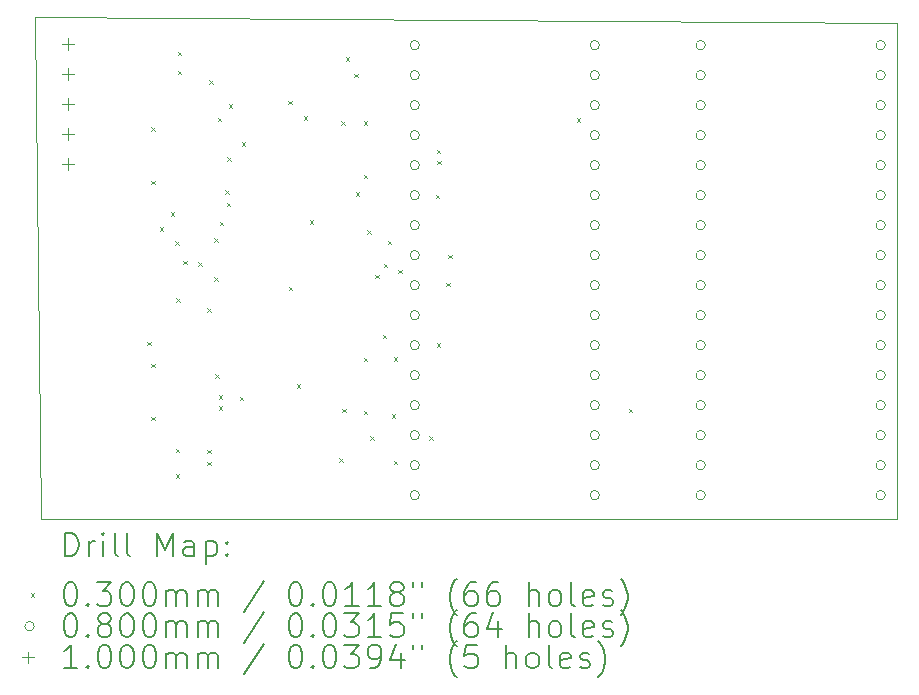
<source format=gbr>
%TF.GenerationSoftware,KiCad,Pcbnew,7.0.10*%
%TF.CreationDate,2024-02-09T18:27:40-05:00*%
%TF.ProjectId,Rosco-MiniHat,526f7363-6f2d-44d6-996e-694861742e6b,rev?*%
%TF.SameCoordinates,Original*%
%TF.FileFunction,Drillmap*%
%TF.FilePolarity,Positive*%
%FSLAX45Y45*%
G04 Gerber Fmt 4.5, Leading zero omitted, Abs format (unit mm)*
G04 Created by KiCad (PCBNEW 7.0.10) date 2024-02-09 18:27:40*
%MOMM*%
%LPD*%
G01*
G04 APERTURE LIST*
%ADD10C,0.100000*%
%ADD11C,0.200000*%
G04 APERTURE END LIST*
D10*
X12850000Y-5050000D02*
X12850000Y-9250000D01*
X12850000Y-9250000D02*
X5600000Y-9250000D01*
X5600000Y-9250000D02*
X5550000Y-5000000D01*
X5550000Y-5000000D02*
X12850000Y-5050000D01*
D11*
D10*
X6500240Y-7751320D02*
X6530240Y-7781320D01*
X6530240Y-7751320D02*
X6500240Y-7781320D01*
X6535000Y-5935000D02*
X6565000Y-5965000D01*
X6565000Y-5935000D02*
X6535000Y-5965000D01*
X6535000Y-6385000D02*
X6565000Y-6415000D01*
X6565000Y-6385000D02*
X6535000Y-6415000D01*
X6535000Y-7935000D02*
X6565000Y-7965000D01*
X6565000Y-7935000D02*
X6535000Y-7965000D01*
X6535000Y-8385000D02*
X6565000Y-8415000D01*
X6565000Y-8385000D02*
X6535000Y-8415000D01*
X6606630Y-6780250D02*
X6636630Y-6810250D01*
X6636630Y-6780250D02*
X6606630Y-6810250D01*
X6698550Y-6655000D02*
X6728550Y-6685000D01*
X6728550Y-6655000D02*
X6698550Y-6685000D01*
X6739430Y-6898520D02*
X6769430Y-6928520D01*
X6769430Y-6898520D02*
X6739430Y-6928520D01*
X6743670Y-8655000D02*
X6773670Y-8685000D01*
X6773670Y-8655000D02*
X6743670Y-8685000D01*
X6743950Y-8870480D02*
X6773950Y-8900480D01*
X6773950Y-8870480D02*
X6743950Y-8900480D01*
X6744480Y-7381260D02*
X6774480Y-7411260D01*
X6774480Y-7381260D02*
X6744480Y-7411260D01*
X6760120Y-5455000D02*
X6790120Y-5485000D01*
X6790120Y-5455000D02*
X6760120Y-5485000D01*
X6761020Y-5295000D02*
X6791020Y-5325000D01*
X6791020Y-5295000D02*
X6761020Y-5325000D01*
X6805680Y-7062160D02*
X6835680Y-7092160D01*
X6835680Y-7062160D02*
X6805680Y-7092160D01*
X6932040Y-7078580D02*
X6962040Y-7108580D01*
X6962040Y-7078580D02*
X6932040Y-7108580D01*
X7008030Y-8766380D02*
X7038030Y-8796380D01*
X7038030Y-8766380D02*
X7008030Y-8796380D01*
X7009000Y-7467480D02*
X7039000Y-7497480D01*
X7039000Y-7467480D02*
X7009000Y-7497480D01*
X7009360Y-8664760D02*
X7039360Y-8694760D01*
X7039360Y-8664760D02*
X7009360Y-8694760D01*
X7027250Y-5535000D02*
X7057250Y-5565000D01*
X7057250Y-5535000D02*
X7027250Y-5565000D01*
X7070140Y-7203290D02*
X7100140Y-7233290D01*
X7100140Y-7203290D02*
X7070140Y-7233290D01*
X7070150Y-6872760D02*
X7100150Y-6902760D01*
X7100150Y-6872760D02*
X7070150Y-6902760D01*
X7077620Y-8026670D02*
X7107620Y-8056670D01*
X7107620Y-8026670D02*
X7077620Y-8056670D01*
X7098410Y-5851940D02*
X7128410Y-5881940D01*
X7128410Y-5851940D02*
X7098410Y-5881940D01*
X7105380Y-8201870D02*
X7135380Y-8231870D01*
X7135380Y-8201870D02*
X7105380Y-8231870D01*
X7105540Y-8297640D02*
X7135540Y-8327640D01*
X7135540Y-8297640D02*
X7105540Y-8327640D01*
X7115340Y-6735000D02*
X7145340Y-6765000D01*
X7145340Y-6735000D02*
X7115340Y-6765000D01*
X7160530Y-6467160D02*
X7190530Y-6497160D01*
X7190530Y-6467160D02*
X7160530Y-6497160D01*
X7173850Y-6572620D02*
X7203850Y-6602620D01*
X7203850Y-6572620D02*
X7173850Y-6602620D01*
X7176690Y-6188420D02*
X7206690Y-6218420D01*
X7206690Y-6188420D02*
X7176690Y-6218420D01*
X7191930Y-5737550D02*
X7221930Y-5767550D01*
X7221930Y-5737550D02*
X7191930Y-5767550D01*
X7282690Y-8215360D02*
X7312690Y-8245360D01*
X7312690Y-8215360D02*
X7282690Y-8245360D01*
X7301270Y-6063010D02*
X7331270Y-6093010D01*
X7331270Y-6063010D02*
X7301270Y-6093010D01*
X7696710Y-5711070D02*
X7726710Y-5741070D01*
X7726710Y-5711070D02*
X7696710Y-5741070D01*
X7699810Y-7284400D02*
X7729810Y-7314400D01*
X7729810Y-7284400D02*
X7699810Y-7314400D01*
X7766970Y-8109790D02*
X7796970Y-8139790D01*
X7796970Y-8109790D02*
X7766970Y-8139790D01*
X7826350Y-5839710D02*
X7856350Y-5869710D01*
X7856350Y-5839710D02*
X7826350Y-5869710D01*
X7875400Y-6722550D02*
X7905400Y-6752550D01*
X7905400Y-6722550D02*
X7875400Y-6752550D01*
X8126070Y-8738480D02*
X8156070Y-8768480D01*
X8156070Y-8738480D02*
X8126070Y-8768480D01*
X8143740Y-5880850D02*
X8173740Y-5910850D01*
X8173740Y-5880850D02*
X8143740Y-5910850D01*
X8150810Y-8317350D02*
X8180810Y-8347350D01*
X8180810Y-8317350D02*
X8150810Y-8347350D01*
X8180200Y-5340350D02*
X8210200Y-5370350D01*
X8210200Y-5340350D02*
X8180200Y-5370350D01*
X8253110Y-5482230D02*
X8283110Y-5512230D01*
X8283110Y-5482230D02*
X8253110Y-5512230D01*
X8267010Y-6484620D02*
X8297010Y-6514620D01*
X8297010Y-6484620D02*
X8267010Y-6514620D01*
X8335000Y-5885000D02*
X8365000Y-5915000D01*
X8365000Y-5885000D02*
X8335000Y-5915000D01*
X8335000Y-6335000D02*
X8365000Y-6365000D01*
X8365000Y-6335000D02*
X8335000Y-6365000D01*
X8335000Y-7885000D02*
X8365000Y-7915000D01*
X8365000Y-7885000D02*
X8335000Y-7915000D01*
X8335000Y-8335000D02*
X8365000Y-8365000D01*
X8365000Y-8335000D02*
X8335000Y-8365000D01*
X8365330Y-6805910D02*
X8395330Y-6835910D01*
X8395330Y-6805910D02*
X8365330Y-6835910D01*
X8387960Y-8552100D02*
X8417960Y-8582100D01*
X8417960Y-8552100D02*
X8387960Y-8582100D01*
X8431980Y-7181650D02*
X8461980Y-7211650D01*
X8461980Y-7181650D02*
X8431980Y-7211650D01*
X8496060Y-7691000D02*
X8526060Y-7721000D01*
X8526060Y-7691000D02*
X8496060Y-7721000D01*
X8502970Y-7090960D02*
X8532970Y-7120960D01*
X8532970Y-7090960D02*
X8502970Y-7120960D01*
X8536740Y-6895000D02*
X8566740Y-6925000D01*
X8566740Y-6895000D02*
X8536740Y-6925000D01*
X8570590Y-8364150D02*
X8600590Y-8394150D01*
X8600590Y-8364150D02*
X8570590Y-8394150D01*
X8587290Y-7881990D02*
X8617290Y-7911990D01*
X8617290Y-7881990D02*
X8587290Y-7911990D01*
X8587300Y-8755900D02*
X8617300Y-8785900D01*
X8617300Y-8755900D02*
X8587300Y-8785900D01*
X8626470Y-7142020D02*
X8656470Y-7172020D01*
X8656470Y-7142020D02*
X8626470Y-7172020D01*
X8889430Y-8550340D02*
X8919430Y-8580340D01*
X8919430Y-8550340D02*
X8889430Y-8580340D01*
X8945600Y-6503470D02*
X8975600Y-6533470D01*
X8975600Y-6503470D02*
X8945600Y-6533470D01*
X8952860Y-6122560D02*
X8982860Y-6152560D01*
X8982860Y-6122560D02*
X8952860Y-6152560D01*
X8952860Y-7761590D02*
X8982860Y-7791590D01*
X8982860Y-7761590D02*
X8952860Y-7791590D01*
X8958390Y-6218540D02*
X8988390Y-6248540D01*
X8988390Y-6218540D02*
X8958390Y-6248540D01*
X9034050Y-7250480D02*
X9064050Y-7280480D01*
X9064050Y-7250480D02*
X9034050Y-7280480D01*
X9049860Y-7012460D02*
X9079860Y-7042460D01*
X9079860Y-7012460D02*
X9049860Y-7042460D01*
X10137840Y-5858700D02*
X10167840Y-5888700D01*
X10167840Y-5858700D02*
X10137840Y-5888700D01*
X10579410Y-8315740D02*
X10609410Y-8345740D01*
X10609410Y-8315740D02*
X10579410Y-8345740D01*
X8806700Y-5238700D02*
G75*
G03*
X8726700Y-5238700I-40000J0D01*
G01*
X8726700Y-5238700D02*
G75*
G03*
X8806700Y-5238700I40000J0D01*
G01*
X8806700Y-5492700D02*
G75*
G03*
X8726700Y-5492700I-40000J0D01*
G01*
X8726700Y-5492700D02*
G75*
G03*
X8806700Y-5492700I40000J0D01*
G01*
X8806700Y-5746700D02*
G75*
G03*
X8726700Y-5746700I-40000J0D01*
G01*
X8726700Y-5746700D02*
G75*
G03*
X8806700Y-5746700I40000J0D01*
G01*
X8806700Y-6000700D02*
G75*
G03*
X8726700Y-6000700I-40000J0D01*
G01*
X8726700Y-6000700D02*
G75*
G03*
X8806700Y-6000700I40000J0D01*
G01*
X8806700Y-6254700D02*
G75*
G03*
X8726700Y-6254700I-40000J0D01*
G01*
X8726700Y-6254700D02*
G75*
G03*
X8806700Y-6254700I40000J0D01*
G01*
X8806700Y-6508700D02*
G75*
G03*
X8726700Y-6508700I-40000J0D01*
G01*
X8726700Y-6508700D02*
G75*
G03*
X8806700Y-6508700I40000J0D01*
G01*
X8806700Y-6762700D02*
G75*
G03*
X8726700Y-6762700I-40000J0D01*
G01*
X8726700Y-6762700D02*
G75*
G03*
X8806700Y-6762700I40000J0D01*
G01*
X8806700Y-7016700D02*
G75*
G03*
X8726700Y-7016700I-40000J0D01*
G01*
X8726700Y-7016700D02*
G75*
G03*
X8806700Y-7016700I40000J0D01*
G01*
X8806700Y-7270700D02*
G75*
G03*
X8726700Y-7270700I-40000J0D01*
G01*
X8726700Y-7270700D02*
G75*
G03*
X8806700Y-7270700I40000J0D01*
G01*
X8806700Y-7524700D02*
G75*
G03*
X8726700Y-7524700I-40000J0D01*
G01*
X8726700Y-7524700D02*
G75*
G03*
X8806700Y-7524700I40000J0D01*
G01*
X8806700Y-7778700D02*
G75*
G03*
X8726700Y-7778700I-40000J0D01*
G01*
X8726700Y-7778700D02*
G75*
G03*
X8806700Y-7778700I40000J0D01*
G01*
X8806700Y-8032700D02*
G75*
G03*
X8726700Y-8032700I-40000J0D01*
G01*
X8726700Y-8032700D02*
G75*
G03*
X8806700Y-8032700I40000J0D01*
G01*
X8806700Y-8286700D02*
G75*
G03*
X8726700Y-8286700I-40000J0D01*
G01*
X8726700Y-8286700D02*
G75*
G03*
X8806700Y-8286700I40000J0D01*
G01*
X8806700Y-8540700D02*
G75*
G03*
X8726700Y-8540700I-40000J0D01*
G01*
X8726700Y-8540700D02*
G75*
G03*
X8806700Y-8540700I40000J0D01*
G01*
X8806700Y-8794700D02*
G75*
G03*
X8726700Y-8794700I-40000J0D01*
G01*
X8726700Y-8794700D02*
G75*
G03*
X8806700Y-8794700I40000J0D01*
G01*
X8806700Y-9048700D02*
G75*
G03*
X8726700Y-9048700I-40000J0D01*
G01*
X8726700Y-9048700D02*
G75*
G03*
X8806700Y-9048700I40000J0D01*
G01*
X10330700Y-5238700D02*
G75*
G03*
X10250700Y-5238700I-40000J0D01*
G01*
X10250700Y-5238700D02*
G75*
G03*
X10330700Y-5238700I40000J0D01*
G01*
X10330700Y-5492700D02*
G75*
G03*
X10250700Y-5492700I-40000J0D01*
G01*
X10250700Y-5492700D02*
G75*
G03*
X10330700Y-5492700I40000J0D01*
G01*
X10330700Y-5746700D02*
G75*
G03*
X10250700Y-5746700I-40000J0D01*
G01*
X10250700Y-5746700D02*
G75*
G03*
X10330700Y-5746700I40000J0D01*
G01*
X10330700Y-6000700D02*
G75*
G03*
X10250700Y-6000700I-40000J0D01*
G01*
X10250700Y-6000700D02*
G75*
G03*
X10330700Y-6000700I40000J0D01*
G01*
X10330700Y-6254700D02*
G75*
G03*
X10250700Y-6254700I-40000J0D01*
G01*
X10250700Y-6254700D02*
G75*
G03*
X10330700Y-6254700I40000J0D01*
G01*
X10330700Y-6508700D02*
G75*
G03*
X10250700Y-6508700I-40000J0D01*
G01*
X10250700Y-6508700D02*
G75*
G03*
X10330700Y-6508700I40000J0D01*
G01*
X10330700Y-6762700D02*
G75*
G03*
X10250700Y-6762700I-40000J0D01*
G01*
X10250700Y-6762700D02*
G75*
G03*
X10330700Y-6762700I40000J0D01*
G01*
X10330700Y-7016700D02*
G75*
G03*
X10250700Y-7016700I-40000J0D01*
G01*
X10250700Y-7016700D02*
G75*
G03*
X10330700Y-7016700I40000J0D01*
G01*
X10330700Y-7270700D02*
G75*
G03*
X10250700Y-7270700I-40000J0D01*
G01*
X10250700Y-7270700D02*
G75*
G03*
X10330700Y-7270700I40000J0D01*
G01*
X10330700Y-7524700D02*
G75*
G03*
X10250700Y-7524700I-40000J0D01*
G01*
X10250700Y-7524700D02*
G75*
G03*
X10330700Y-7524700I40000J0D01*
G01*
X10330700Y-7778700D02*
G75*
G03*
X10250700Y-7778700I-40000J0D01*
G01*
X10250700Y-7778700D02*
G75*
G03*
X10330700Y-7778700I40000J0D01*
G01*
X10330700Y-8032700D02*
G75*
G03*
X10250700Y-8032700I-40000J0D01*
G01*
X10250700Y-8032700D02*
G75*
G03*
X10330700Y-8032700I40000J0D01*
G01*
X10330700Y-8286700D02*
G75*
G03*
X10250700Y-8286700I-40000J0D01*
G01*
X10250700Y-8286700D02*
G75*
G03*
X10330700Y-8286700I40000J0D01*
G01*
X10330700Y-8540700D02*
G75*
G03*
X10250700Y-8540700I-40000J0D01*
G01*
X10250700Y-8540700D02*
G75*
G03*
X10330700Y-8540700I40000J0D01*
G01*
X10330700Y-8794700D02*
G75*
G03*
X10250700Y-8794700I-40000J0D01*
G01*
X10250700Y-8794700D02*
G75*
G03*
X10330700Y-8794700I40000J0D01*
G01*
X10330700Y-9048700D02*
G75*
G03*
X10250700Y-9048700I-40000J0D01*
G01*
X10250700Y-9048700D02*
G75*
G03*
X10330700Y-9048700I40000J0D01*
G01*
X11226700Y-5238700D02*
G75*
G03*
X11146700Y-5238700I-40000J0D01*
G01*
X11146700Y-5238700D02*
G75*
G03*
X11226700Y-5238700I40000J0D01*
G01*
X11226700Y-5492700D02*
G75*
G03*
X11146700Y-5492700I-40000J0D01*
G01*
X11146700Y-5492700D02*
G75*
G03*
X11226700Y-5492700I40000J0D01*
G01*
X11226700Y-5746700D02*
G75*
G03*
X11146700Y-5746700I-40000J0D01*
G01*
X11146700Y-5746700D02*
G75*
G03*
X11226700Y-5746700I40000J0D01*
G01*
X11226700Y-6000700D02*
G75*
G03*
X11146700Y-6000700I-40000J0D01*
G01*
X11146700Y-6000700D02*
G75*
G03*
X11226700Y-6000700I40000J0D01*
G01*
X11226700Y-6254700D02*
G75*
G03*
X11146700Y-6254700I-40000J0D01*
G01*
X11146700Y-6254700D02*
G75*
G03*
X11226700Y-6254700I40000J0D01*
G01*
X11226700Y-6508700D02*
G75*
G03*
X11146700Y-6508700I-40000J0D01*
G01*
X11146700Y-6508700D02*
G75*
G03*
X11226700Y-6508700I40000J0D01*
G01*
X11226700Y-6762700D02*
G75*
G03*
X11146700Y-6762700I-40000J0D01*
G01*
X11146700Y-6762700D02*
G75*
G03*
X11226700Y-6762700I40000J0D01*
G01*
X11226700Y-7016700D02*
G75*
G03*
X11146700Y-7016700I-40000J0D01*
G01*
X11146700Y-7016700D02*
G75*
G03*
X11226700Y-7016700I40000J0D01*
G01*
X11226700Y-7270700D02*
G75*
G03*
X11146700Y-7270700I-40000J0D01*
G01*
X11146700Y-7270700D02*
G75*
G03*
X11226700Y-7270700I40000J0D01*
G01*
X11226700Y-7524700D02*
G75*
G03*
X11146700Y-7524700I-40000J0D01*
G01*
X11146700Y-7524700D02*
G75*
G03*
X11226700Y-7524700I40000J0D01*
G01*
X11226700Y-7778700D02*
G75*
G03*
X11146700Y-7778700I-40000J0D01*
G01*
X11146700Y-7778700D02*
G75*
G03*
X11226700Y-7778700I40000J0D01*
G01*
X11226700Y-8032700D02*
G75*
G03*
X11146700Y-8032700I-40000J0D01*
G01*
X11146700Y-8032700D02*
G75*
G03*
X11226700Y-8032700I40000J0D01*
G01*
X11226700Y-8286700D02*
G75*
G03*
X11146700Y-8286700I-40000J0D01*
G01*
X11146700Y-8286700D02*
G75*
G03*
X11226700Y-8286700I40000J0D01*
G01*
X11226700Y-8540700D02*
G75*
G03*
X11146700Y-8540700I-40000J0D01*
G01*
X11146700Y-8540700D02*
G75*
G03*
X11226700Y-8540700I40000J0D01*
G01*
X11226700Y-8794700D02*
G75*
G03*
X11146700Y-8794700I-40000J0D01*
G01*
X11146700Y-8794700D02*
G75*
G03*
X11226700Y-8794700I40000J0D01*
G01*
X11226700Y-9048700D02*
G75*
G03*
X11146700Y-9048700I-40000J0D01*
G01*
X11146700Y-9048700D02*
G75*
G03*
X11226700Y-9048700I40000J0D01*
G01*
X12750700Y-5238700D02*
G75*
G03*
X12670700Y-5238700I-40000J0D01*
G01*
X12670700Y-5238700D02*
G75*
G03*
X12750700Y-5238700I40000J0D01*
G01*
X12750700Y-5492700D02*
G75*
G03*
X12670700Y-5492700I-40000J0D01*
G01*
X12670700Y-5492700D02*
G75*
G03*
X12750700Y-5492700I40000J0D01*
G01*
X12750700Y-5746700D02*
G75*
G03*
X12670700Y-5746700I-40000J0D01*
G01*
X12670700Y-5746700D02*
G75*
G03*
X12750700Y-5746700I40000J0D01*
G01*
X12750700Y-6000700D02*
G75*
G03*
X12670700Y-6000700I-40000J0D01*
G01*
X12670700Y-6000700D02*
G75*
G03*
X12750700Y-6000700I40000J0D01*
G01*
X12750700Y-6254700D02*
G75*
G03*
X12670700Y-6254700I-40000J0D01*
G01*
X12670700Y-6254700D02*
G75*
G03*
X12750700Y-6254700I40000J0D01*
G01*
X12750700Y-6508700D02*
G75*
G03*
X12670700Y-6508700I-40000J0D01*
G01*
X12670700Y-6508700D02*
G75*
G03*
X12750700Y-6508700I40000J0D01*
G01*
X12750700Y-6762700D02*
G75*
G03*
X12670700Y-6762700I-40000J0D01*
G01*
X12670700Y-6762700D02*
G75*
G03*
X12750700Y-6762700I40000J0D01*
G01*
X12750700Y-7016700D02*
G75*
G03*
X12670700Y-7016700I-40000J0D01*
G01*
X12670700Y-7016700D02*
G75*
G03*
X12750700Y-7016700I40000J0D01*
G01*
X12750700Y-7270700D02*
G75*
G03*
X12670700Y-7270700I-40000J0D01*
G01*
X12670700Y-7270700D02*
G75*
G03*
X12750700Y-7270700I40000J0D01*
G01*
X12750700Y-7524700D02*
G75*
G03*
X12670700Y-7524700I-40000J0D01*
G01*
X12670700Y-7524700D02*
G75*
G03*
X12750700Y-7524700I40000J0D01*
G01*
X12750700Y-7778700D02*
G75*
G03*
X12670700Y-7778700I-40000J0D01*
G01*
X12670700Y-7778700D02*
G75*
G03*
X12750700Y-7778700I40000J0D01*
G01*
X12750700Y-8032700D02*
G75*
G03*
X12670700Y-8032700I-40000J0D01*
G01*
X12670700Y-8032700D02*
G75*
G03*
X12750700Y-8032700I40000J0D01*
G01*
X12750700Y-8286700D02*
G75*
G03*
X12670700Y-8286700I-40000J0D01*
G01*
X12670700Y-8286700D02*
G75*
G03*
X12750700Y-8286700I40000J0D01*
G01*
X12750700Y-8540700D02*
G75*
G03*
X12670700Y-8540700I-40000J0D01*
G01*
X12670700Y-8540700D02*
G75*
G03*
X12750700Y-8540700I40000J0D01*
G01*
X12750700Y-8794700D02*
G75*
G03*
X12670700Y-8794700I-40000J0D01*
G01*
X12670700Y-8794700D02*
G75*
G03*
X12750700Y-8794700I40000J0D01*
G01*
X12750700Y-9048700D02*
G75*
G03*
X12670700Y-9048700I-40000J0D01*
G01*
X12670700Y-9048700D02*
G75*
G03*
X12750700Y-9048700I40000J0D01*
G01*
X5828800Y-5182000D02*
X5828800Y-5282000D01*
X5778800Y-5232000D02*
X5878800Y-5232000D01*
X5828800Y-5436000D02*
X5828800Y-5536000D01*
X5778800Y-5486000D02*
X5878800Y-5486000D01*
X5828800Y-5690000D02*
X5828800Y-5790000D01*
X5778800Y-5740000D02*
X5878800Y-5740000D01*
X5828800Y-5944000D02*
X5828800Y-6044000D01*
X5778800Y-5994000D02*
X5878800Y-5994000D01*
X5828800Y-6198000D02*
X5828800Y-6298000D01*
X5778800Y-6248000D02*
X5878800Y-6248000D01*
D11*
X5805777Y-9566484D02*
X5805777Y-9366484D01*
X5805777Y-9366484D02*
X5853396Y-9366484D01*
X5853396Y-9366484D02*
X5881967Y-9376008D01*
X5881967Y-9376008D02*
X5901015Y-9395055D01*
X5901015Y-9395055D02*
X5910539Y-9414103D01*
X5910539Y-9414103D02*
X5920062Y-9452198D01*
X5920062Y-9452198D02*
X5920062Y-9480770D01*
X5920062Y-9480770D02*
X5910539Y-9518865D01*
X5910539Y-9518865D02*
X5901015Y-9537912D01*
X5901015Y-9537912D02*
X5881967Y-9556960D01*
X5881967Y-9556960D02*
X5853396Y-9566484D01*
X5853396Y-9566484D02*
X5805777Y-9566484D01*
X6005777Y-9566484D02*
X6005777Y-9433150D01*
X6005777Y-9471246D02*
X6015301Y-9452198D01*
X6015301Y-9452198D02*
X6024824Y-9442674D01*
X6024824Y-9442674D02*
X6043872Y-9433150D01*
X6043872Y-9433150D02*
X6062920Y-9433150D01*
X6129586Y-9566484D02*
X6129586Y-9433150D01*
X6129586Y-9366484D02*
X6120062Y-9376008D01*
X6120062Y-9376008D02*
X6129586Y-9385531D01*
X6129586Y-9385531D02*
X6139110Y-9376008D01*
X6139110Y-9376008D02*
X6129586Y-9366484D01*
X6129586Y-9366484D02*
X6129586Y-9385531D01*
X6253396Y-9566484D02*
X6234348Y-9556960D01*
X6234348Y-9556960D02*
X6224824Y-9537912D01*
X6224824Y-9537912D02*
X6224824Y-9366484D01*
X6358158Y-9566484D02*
X6339110Y-9556960D01*
X6339110Y-9556960D02*
X6329586Y-9537912D01*
X6329586Y-9537912D02*
X6329586Y-9366484D01*
X6586729Y-9566484D02*
X6586729Y-9366484D01*
X6586729Y-9366484D02*
X6653396Y-9509341D01*
X6653396Y-9509341D02*
X6720062Y-9366484D01*
X6720062Y-9366484D02*
X6720062Y-9566484D01*
X6901015Y-9566484D02*
X6901015Y-9461722D01*
X6901015Y-9461722D02*
X6891491Y-9442674D01*
X6891491Y-9442674D02*
X6872443Y-9433150D01*
X6872443Y-9433150D02*
X6834348Y-9433150D01*
X6834348Y-9433150D02*
X6815301Y-9442674D01*
X6901015Y-9556960D02*
X6881967Y-9566484D01*
X6881967Y-9566484D02*
X6834348Y-9566484D01*
X6834348Y-9566484D02*
X6815301Y-9556960D01*
X6815301Y-9556960D02*
X6805777Y-9537912D01*
X6805777Y-9537912D02*
X6805777Y-9518865D01*
X6805777Y-9518865D02*
X6815301Y-9499817D01*
X6815301Y-9499817D02*
X6834348Y-9490293D01*
X6834348Y-9490293D02*
X6881967Y-9490293D01*
X6881967Y-9490293D02*
X6901015Y-9480770D01*
X6996253Y-9433150D02*
X6996253Y-9633150D01*
X6996253Y-9442674D02*
X7015301Y-9433150D01*
X7015301Y-9433150D02*
X7053396Y-9433150D01*
X7053396Y-9433150D02*
X7072443Y-9442674D01*
X7072443Y-9442674D02*
X7081967Y-9452198D01*
X7081967Y-9452198D02*
X7091491Y-9471246D01*
X7091491Y-9471246D02*
X7091491Y-9528389D01*
X7091491Y-9528389D02*
X7081967Y-9547436D01*
X7081967Y-9547436D02*
X7072443Y-9556960D01*
X7072443Y-9556960D02*
X7053396Y-9566484D01*
X7053396Y-9566484D02*
X7015301Y-9566484D01*
X7015301Y-9566484D02*
X6996253Y-9556960D01*
X7177205Y-9547436D02*
X7186729Y-9556960D01*
X7186729Y-9556960D02*
X7177205Y-9566484D01*
X7177205Y-9566484D02*
X7167682Y-9556960D01*
X7167682Y-9556960D02*
X7177205Y-9547436D01*
X7177205Y-9547436D02*
X7177205Y-9566484D01*
X7177205Y-9442674D02*
X7186729Y-9452198D01*
X7186729Y-9452198D02*
X7177205Y-9461722D01*
X7177205Y-9461722D02*
X7167682Y-9452198D01*
X7167682Y-9452198D02*
X7177205Y-9442674D01*
X7177205Y-9442674D02*
X7177205Y-9461722D01*
D10*
X5515000Y-9880000D02*
X5545000Y-9910000D01*
X5545000Y-9880000D02*
X5515000Y-9910000D01*
D11*
X5843872Y-9786484D02*
X5862920Y-9786484D01*
X5862920Y-9786484D02*
X5881967Y-9796008D01*
X5881967Y-9796008D02*
X5891491Y-9805531D01*
X5891491Y-9805531D02*
X5901015Y-9824579D01*
X5901015Y-9824579D02*
X5910539Y-9862674D01*
X5910539Y-9862674D02*
X5910539Y-9910293D01*
X5910539Y-9910293D02*
X5901015Y-9948389D01*
X5901015Y-9948389D02*
X5891491Y-9967436D01*
X5891491Y-9967436D02*
X5881967Y-9976960D01*
X5881967Y-9976960D02*
X5862920Y-9986484D01*
X5862920Y-9986484D02*
X5843872Y-9986484D01*
X5843872Y-9986484D02*
X5824824Y-9976960D01*
X5824824Y-9976960D02*
X5815301Y-9967436D01*
X5815301Y-9967436D02*
X5805777Y-9948389D01*
X5805777Y-9948389D02*
X5796253Y-9910293D01*
X5796253Y-9910293D02*
X5796253Y-9862674D01*
X5796253Y-9862674D02*
X5805777Y-9824579D01*
X5805777Y-9824579D02*
X5815301Y-9805531D01*
X5815301Y-9805531D02*
X5824824Y-9796008D01*
X5824824Y-9796008D02*
X5843872Y-9786484D01*
X5996253Y-9967436D02*
X6005777Y-9976960D01*
X6005777Y-9976960D02*
X5996253Y-9986484D01*
X5996253Y-9986484D02*
X5986729Y-9976960D01*
X5986729Y-9976960D02*
X5996253Y-9967436D01*
X5996253Y-9967436D02*
X5996253Y-9986484D01*
X6072443Y-9786484D02*
X6196253Y-9786484D01*
X6196253Y-9786484D02*
X6129586Y-9862674D01*
X6129586Y-9862674D02*
X6158158Y-9862674D01*
X6158158Y-9862674D02*
X6177205Y-9872198D01*
X6177205Y-9872198D02*
X6186729Y-9881722D01*
X6186729Y-9881722D02*
X6196253Y-9900770D01*
X6196253Y-9900770D02*
X6196253Y-9948389D01*
X6196253Y-9948389D02*
X6186729Y-9967436D01*
X6186729Y-9967436D02*
X6177205Y-9976960D01*
X6177205Y-9976960D02*
X6158158Y-9986484D01*
X6158158Y-9986484D02*
X6101015Y-9986484D01*
X6101015Y-9986484D02*
X6081967Y-9976960D01*
X6081967Y-9976960D02*
X6072443Y-9967436D01*
X6320062Y-9786484D02*
X6339110Y-9786484D01*
X6339110Y-9786484D02*
X6358158Y-9796008D01*
X6358158Y-9796008D02*
X6367682Y-9805531D01*
X6367682Y-9805531D02*
X6377205Y-9824579D01*
X6377205Y-9824579D02*
X6386729Y-9862674D01*
X6386729Y-9862674D02*
X6386729Y-9910293D01*
X6386729Y-9910293D02*
X6377205Y-9948389D01*
X6377205Y-9948389D02*
X6367682Y-9967436D01*
X6367682Y-9967436D02*
X6358158Y-9976960D01*
X6358158Y-9976960D02*
X6339110Y-9986484D01*
X6339110Y-9986484D02*
X6320062Y-9986484D01*
X6320062Y-9986484D02*
X6301015Y-9976960D01*
X6301015Y-9976960D02*
X6291491Y-9967436D01*
X6291491Y-9967436D02*
X6281967Y-9948389D01*
X6281967Y-9948389D02*
X6272443Y-9910293D01*
X6272443Y-9910293D02*
X6272443Y-9862674D01*
X6272443Y-9862674D02*
X6281967Y-9824579D01*
X6281967Y-9824579D02*
X6291491Y-9805531D01*
X6291491Y-9805531D02*
X6301015Y-9796008D01*
X6301015Y-9796008D02*
X6320062Y-9786484D01*
X6510539Y-9786484D02*
X6529586Y-9786484D01*
X6529586Y-9786484D02*
X6548634Y-9796008D01*
X6548634Y-9796008D02*
X6558158Y-9805531D01*
X6558158Y-9805531D02*
X6567682Y-9824579D01*
X6567682Y-9824579D02*
X6577205Y-9862674D01*
X6577205Y-9862674D02*
X6577205Y-9910293D01*
X6577205Y-9910293D02*
X6567682Y-9948389D01*
X6567682Y-9948389D02*
X6558158Y-9967436D01*
X6558158Y-9967436D02*
X6548634Y-9976960D01*
X6548634Y-9976960D02*
X6529586Y-9986484D01*
X6529586Y-9986484D02*
X6510539Y-9986484D01*
X6510539Y-9986484D02*
X6491491Y-9976960D01*
X6491491Y-9976960D02*
X6481967Y-9967436D01*
X6481967Y-9967436D02*
X6472443Y-9948389D01*
X6472443Y-9948389D02*
X6462920Y-9910293D01*
X6462920Y-9910293D02*
X6462920Y-9862674D01*
X6462920Y-9862674D02*
X6472443Y-9824579D01*
X6472443Y-9824579D02*
X6481967Y-9805531D01*
X6481967Y-9805531D02*
X6491491Y-9796008D01*
X6491491Y-9796008D02*
X6510539Y-9786484D01*
X6662920Y-9986484D02*
X6662920Y-9853150D01*
X6662920Y-9872198D02*
X6672443Y-9862674D01*
X6672443Y-9862674D02*
X6691491Y-9853150D01*
X6691491Y-9853150D02*
X6720063Y-9853150D01*
X6720063Y-9853150D02*
X6739110Y-9862674D01*
X6739110Y-9862674D02*
X6748634Y-9881722D01*
X6748634Y-9881722D02*
X6748634Y-9986484D01*
X6748634Y-9881722D02*
X6758158Y-9862674D01*
X6758158Y-9862674D02*
X6777205Y-9853150D01*
X6777205Y-9853150D02*
X6805777Y-9853150D01*
X6805777Y-9853150D02*
X6824824Y-9862674D01*
X6824824Y-9862674D02*
X6834348Y-9881722D01*
X6834348Y-9881722D02*
X6834348Y-9986484D01*
X6929586Y-9986484D02*
X6929586Y-9853150D01*
X6929586Y-9872198D02*
X6939110Y-9862674D01*
X6939110Y-9862674D02*
X6958158Y-9853150D01*
X6958158Y-9853150D02*
X6986729Y-9853150D01*
X6986729Y-9853150D02*
X7005777Y-9862674D01*
X7005777Y-9862674D02*
X7015301Y-9881722D01*
X7015301Y-9881722D02*
X7015301Y-9986484D01*
X7015301Y-9881722D02*
X7024824Y-9862674D01*
X7024824Y-9862674D02*
X7043872Y-9853150D01*
X7043872Y-9853150D02*
X7072443Y-9853150D01*
X7072443Y-9853150D02*
X7091491Y-9862674D01*
X7091491Y-9862674D02*
X7101015Y-9881722D01*
X7101015Y-9881722D02*
X7101015Y-9986484D01*
X7491491Y-9776960D02*
X7320063Y-10034103D01*
X7748634Y-9786484D02*
X7767682Y-9786484D01*
X7767682Y-9786484D02*
X7786729Y-9796008D01*
X7786729Y-9796008D02*
X7796253Y-9805531D01*
X7796253Y-9805531D02*
X7805777Y-9824579D01*
X7805777Y-9824579D02*
X7815301Y-9862674D01*
X7815301Y-9862674D02*
X7815301Y-9910293D01*
X7815301Y-9910293D02*
X7805777Y-9948389D01*
X7805777Y-9948389D02*
X7796253Y-9967436D01*
X7796253Y-9967436D02*
X7786729Y-9976960D01*
X7786729Y-9976960D02*
X7767682Y-9986484D01*
X7767682Y-9986484D02*
X7748634Y-9986484D01*
X7748634Y-9986484D02*
X7729586Y-9976960D01*
X7729586Y-9976960D02*
X7720063Y-9967436D01*
X7720063Y-9967436D02*
X7710539Y-9948389D01*
X7710539Y-9948389D02*
X7701015Y-9910293D01*
X7701015Y-9910293D02*
X7701015Y-9862674D01*
X7701015Y-9862674D02*
X7710539Y-9824579D01*
X7710539Y-9824579D02*
X7720063Y-9805531D01*
X7720063Y-9805531D02*
X7729586Y-9796008D01*
X7729586Y-9796008D02*
X7748634Y-9786484D01*
X7901015Y-9967436D02*
X7910539Y-9976960D01*
X7910539Y-9976960D02*
X7901015Y-9986484D01*
X7901015Y-9986484D02*
X7891491Y-9976960D01*
X7891491Y-9976960D02*
X7901015Y-9967436D01*
X7901015Y-9967436D02*
X7901015Y-9986484D01*
X8034348Y-9786484D02*
X8053396Y-9786484D01*
X8053396Y-9786484D02*
X8072444Y-9796008D01*
X8072444Y-9796008D02*
X8081967Y-9805531D01*
X8081967Y-9805531D02*
X8091491Y-9824579D01*
X8091491Y-9824579D02*
X8101015Y-9862674D01*
X8101015Y-9862674D02*
X8101015Y-9910293D01*
X8101015Y-9910293D02*
X8091491Y-9948389D01*
X8091491Y-9948389D02*
X8081967Y-9967436D01*
X8081967Y-9967436D02*
X8072444Y-9976960D01*
X8072444Y-9976960D02*
X8053396Y-9986484D01*
X8053396Y-9986484D02*
X8034348Y-9986484D01*
X8034348Y-9986484D02*
X8015301Y-9976960D01*
X8015301Y-9976960D02*
X8005777Y-9967436D01*
X8005777Y-9967436D02*
X7996253Y-9948389D01*
X7996253Y-9948389D02*
X7986729Y-9910293D01*
X7986729Y-9910293D02*
X7986729Y-9862674D01*
X7986729Y-9862674D02*
X7996253Y-9824579D01*
X7996253Y-9824579D02*
X8005777Y-9805531D01*
X8005777Y-9805531D02*
X8015301Y-9796008D01*
X8015301Y-9796008D02*
X8034348Y-9786484D01*
X8291491Y-9986484D02*
X8177206Y-9986484D01*
X8234348Y-9986484D02*
X8234348Y-9786484D01*
X8234348Y-9786484D02*
X8215301Y-9815055D01*
X8215301Y-9815055D02*
X8196253Y-9834103D01*
X8196253Y-9834103D02*
X8177206Y-9843627D01*
X8481968Y-9986484D02*
X8367682Y-9986484D01*
X8424825Y-9986484D02*
X8424825Y-9786484D01*
X8424825Y-9786484D02*
X8405777Y-9815055D01*
X8405777Y-9815055D02*
X8386729Y-9834103D01*
X8386729Y-9834103D02*
X8367682Y-9843627D01*
X8596253Y-9872198D02*
X8577206Y-9862674D01*
X8577206Y-9862674D02*
X8567682Y-9853150D01*
X8567682Y-9853150D02*
X8558158Y-9834103D01*
X8558158Y-9834103D02*
X8558158Y-9824579D01*
X8558158Y-9824579D02*
X8567682Y-9805531D01*
X8567682Y-9805531D02*
X8577206Y-9796008D01*
X8577206Y-9796008D02*
X8596253Y-9786484D01*
X8596253Y-9786484D02*
X8634349Y-9786484D01*
X8634349Y-9786484D02*
X8653396Y-9796008D01*
X8653396Y-9796008D02*
X8662920Y-9805531D01*
X8662920Y-9805531D02*
X8672444Y-9824579D01*
X8672444Y-9824579D02*
X8672444Y-9834103D01*
X8672444Y-9834103D02*
X8662920Y-9853150D01*
X8662920Y-9853150D02*
X8653396Y-9862674D01*
X8653396Y-9862674D02*
X8634349Y-9872198D01*
X8634349Y-9872198D02*
X8596253Y-9872198D01*
X8596253Y-9872198D02*
X8577206Y-9881722D01*
X8577206Y-9881722D02*
X8567682Y-9891246D01*
X8567682Y-9891246D02*
X8558158Y-9910293D01*
X8558158Y-9910293D02*
X8558158Y-9948389D01*
X8558158Y-9948389D02*
X8567682Y-9967436D01*
X8567682Y-9967436D02*
X8577206Y-9976960D01*
X8577206Y-9976960D02*
X8596253Y-9986484D01*
X8596253Y-9986484D02*
X8634349Y-9986484D01*
X8634349Y-9986484D02*
X8653396Y-9976960D01*
X8653396Y-9976960D02*
X8662920Y-9967436D01*
X8662920Y-9967436D02*
X8672444Y-9948389D01*
X8672444Y-9948389D02*
X8672444Y-9910293D01*
X8672444Y-9910293D02*
X8662920Y-9891246D01*
X8662920Y-9891246D02*
X8653396Y-9881722D01*
X8653396Y-9881722D02*
X8634349Y-9872198D01*
X8748634Y-9786484D02*
X8748634Y-9824579D01*
X8824825Y-9786484D02*
X8824825Y-9824579D01*
X9120063Y-10062674D02*
X9110539Y-10053150D01*
X9110539Y-10053150D02*
X9091491Y-10024579D01*
X9091491Y-10024579D02*
X9081968Y-10005531D01*
X9081968Y-10005531D02*
X9072444Y-9976960D01*
X9072444Y-9976960D02*
X9062920Y-9929341D01*
X9062920Y-9929341D02*
X9062920Y-9891246D01*
X9062920Y-9891246D02*
X9072444Y-9843627D01*
X9072444Y-9843627D02*
X9081968Y-9815055D01*
X9081968Y-9815055D02*
X9091491Y-9796008D01*
X9091491Y-9796008D02*
X9110539Y-9767436D01*
X9110539Y-9767436D02*
X9120063Y-9757912D01*
X9281968Y-9786484D02*
X9243872Y-9786484D01*
X9243872Y-9786484D02*
X9224825Y-9796008D01*
X9224825Y-9796008D02*
X9215301Y-9805531D01*
X9215301Y-9805531D02*
X9196253Y-9834103D01*
X9196253Y-9834103D02*
X9186730Y-9872198D01*
X9186730Y-9872198D02*
X9186730Y-9948389D01*
X9186730Y-9948389D02*
X9196253Y-9967436D01*
X9196253Y-9967436D02*
X9205777Y-9976960D01*
X9205777Y-9976960D02*
X9224825Y-9986484D01*
X9224825Y-9986484D02*
X9262920Y-9986484D01*
X9262920Y-9986484D02*
X9281968Y-9976960D01*
X9281968Y-9976960D02*
X9291491Y-9967436D01*
X9291491Y-9967436D02*
X9301015Y-9948389D01*
X9301015Y-9948389D02*
X9301015Y-9900770D01*
X9301015Y-9900770D02*
X9291491Y-9881722D01*
X9291491Y-9881722D02*
X9281968Y-9872198D01*
X9281968Y-9872198D02*
X9262920Y-9862674D01*
X9262920Y-9862674D02*
X9224825Y-9862674D01*
X9224825Y-9862674D02*
X9205777Y-9872198D01*
X9205777Y-9872198D02*
X9196253Y-9881722D01*
X9196253Y-9881722D02*
X9186730Y-9900770D01*
X9472444Y-9786484D02*
X9434349Y-9786484D01*
X9434349Y-9786484D02*
X9415301Y-9796008D01*
X9415301Y-9796008D02*
X9405777Y-9805531D01*
X9405777Y-9805531D02*
X9386730Y-9834103D01*
X9386730Y-9834103D02*
X9377206Y-9872198D01*
X9377206Y-9872198D02*
X9377206Y-9948389D01*
X9377206Y-9948389D02*
X9386730Y-9967436D01*
X9386730Y-9967436D02*
X9396253Y-9976960D01*
X9396253Y-9976960D02*
X9415301Y-9986484D01*
X9415301Y-9986484D02*
X9453396Y-9986484D01*
X9453396Y-9986484D02*
X9472444Y-9976960D01*
X9472444Y-9976960D02*
X9481968Y-9967436D01*
X9481968Y-9967436D02*
X9491491Y-9948389D01*
X9491491Y-9948389D02*
X9491491Y-9900770D01*
X9491491Y-9900770D02*
X9481968Y-9881722D01*
X9481968Y-9881722D02*
X9472444Y-9872198D01*
X9472444Y-9872198D02*
X9453396Y-9862674D01*
X9453396Y-9862674D02*
X9415301Y-9862674D01*
X9415301Y-9862674D02*
X9396253Y-9872198D01*
X9396253Y-9872198D02*
X9386730Y-9881722D01*
X9386730Y-9881722D02*
X9377206Y-9900770D01*
X9729587Y-9986484D02*
X9729587Y-9786484D01*
X9815301Y-9986484D02*
X9815301Y-9881722D01*
X9815301Y-9881722D02*
X9805777Y-9862674D01*
X9805777Y-9862674D02*
X9786730Y-9853150D01*
X9786730Y-9853150D02*
X9758158Y-9853150D01*
X9758158Y-9853150D02*
X9739111Y-9862674D01*
X9739111Y-9862674D02*
X9729587Y-9872198D01*
X9939111Y-9986484D02*
X9920063Y-9976960D01*
X9920063Y-9976960D02*
X9910539Y-9967436D01*
X9910539Y-9967436D02*
X9901015Y-9948389D01*
X9901015Y-9948389D02*
X9901015Y-9891246D01*
X9901015Y-9891246D02*
X9910539Y-9872198D01*
X9910539Y-9872198D02*
X9920063Y-9862674D01*
X9920063Y-9862674D02*
X9939111Y-9853150D01*
X9939111Y-9853150D02*
X9967682Y-9853150D01*
X9967682Y-9853150D02*
X9986730Y-9862674D01*
X9986730Y-9862674D02*
X9996253Y-9872198D01*
X9996253Y-9872198D02*
X10005777Y-9891246D01*
X10005777Y-9891246D02*
X10005777Y-9948389D01*
X10005777Y-9948389D02*
X9996253Y-9967436D01*
X9996253Y-9967436D02*
X9986730Y-9976960D01*
X9986730Y-9976960D02*
X9967682Y-9986484D01*
X9967682Y-9986484D02*
X9939111Y-9986484D01*
X10120063Y-9986484D02*
X10101015Y-9976960D01*
X10101015Y-9976960D02*
X10091492Y-9957912D01*
X10091492Y-9957912D02*
X10091492Y-9786484D01*
X10272444Y-9976960D02*
X10253396Y-9986484D01*
X10253396Y-9986484D02*
X10215301Y-9986484D01*
X10215301Y-9986484D02*
X10196253Y-9976960D01*
X10196253Y-9976960D02*
X10186730Y-9957912D01*
X10186730Y-9957912D02*
X10186730Y-9881722D01*
X10186730Y-9881722D02*
X10196253Y-9862674D01*
X10196253Y-9862674D02*
X10215301Y-9853150D01*
X10215301Y-9853150D02*
X10253396Y-9853150D01*
X10253396Y-9853150D02*
X10272444Y-9862674D01*
X10272444Y-9862674D02*
X10281968Y-9881722D01*
X10281968Y-9881722D02*
X10281968Y-9900770D01*
X10281968Y-9900770D02*
X10186730Y-9919817D01*
X10358158Y-9976960D02*
X10377206Y-9986484D01*
X10377206Y-9986484D02*
X10415301Y-9986484D01*
X10415301Y-9986484D02*
X10434349Y-9976960D01*
X10434349Y-9976960D02*
X10443873Y-9957912D01*
X10443873Y-9957912D02*
X10443873Y-9948389D01*
X10443873Y-9948389D02*
X10434349Y-9929341D01*
X10434349Y-9929341D02*
X10415301Y-9919817D01*
X10415301Y-9919817D02*
X10386730Y-9919817D01*
X10386730Y-9919817D02*
X10367682Y-9910293D01*
X10367682Y-9910293D02*
X10358158Y-9891246D01*
X10358158Y-9891246D02*
X10358158Y-9881722D01*
X10358158Y-9881722D02*
X10367682Y-9862674D01*
X10367682Y-9862674D02*
X10386730Y-9853150D01*
X10386730Y-9853150D02*
X10415301Y-9853150D01*
X10415301Y-9853150D02*
X10434349Y-9862674D01*
X10510539Y-10062674D02*
X10520063Y-10053150D01*
X10520063Y-10053150D02*
X10539111Y-10024579D01*
X10539111Y-10024579D02*
X10548634Y-10005531D01*
X10548634Y-10005531D02*
X10558158Y-9976960D01*
X10558158Y-9976960D02*
X10567682Y-9929341D01*
X10567682Y-9929341D02*
X10567682Y-9891246D01*
X10567682Y-9891246D02*
X10558158Y-9843627D01*
X10558158Y-9843627D02*
X10548634Y-9815055D01*
X10548634Y-9815055D02*
X10539111Y-9796008D01*
X10539111Y-9796008D02*
X10520063Y-9767436D01*
X10520063Y-9767436D02*
X10510539Y-9757912D01*
D10*
X5545000Y-10159000D02*
G75*
G03*
X5465000Y-10159000I-40000J0D01*
G01*
X5465000Y-10159000D02*
G75*
G03*
X5545000Y-10159000I40000J0D01*
G01*
D11*
X5843872Y-10050484D02*
X5862920Y-10050484D01*
X5862920Y-10050484D02*
X5881967Y-10060008D01*
X5881967Y-10060008D02*
X5891491Y-10069531D01*
X5891491Y-10069531D02*
X5901015Y-10088579D01*
X5901015Y-10088579D02*
X5910539Y-10126674D01*
X5910539Y-10126674D02*
X5910539Y-10174293D01*
X5910539Y-10174293D02*
X5901015Y-10212389D01*
X5901015Y-10212389D02*
X5891491Y-10231436D01*
X5891491Y-10231436D02*
X5881967Y-10240960D01*
X5881967Y-10240960D02*
X5862920Y-10250484D01*
X5862920Y-10250484D02*
X5843872Y-10250484D01*
X5843872Y-10250484D02*
X5824824Y-10240960D01*
X5824824Y-10240960D02*
X5815301Y-10231436D01*
X5815301Y-10231436D02*
X5805777Y-10212389D01*
X5805777Y-10212389D02*
X5796253Y-10174293D01*
X5796253Y-10174293D02*
X5796253Y-10126674D01*
X5796253Y-10126674D02*
X5805777Y-10088579D01*
X5805777Y-10088579D02*
X5815301Y-10069531D01*
X5815301Y-10069531D02*
X5824824Y-10060008D01*
X5824824Y-10060008D02*
X5843872Y-10050484D01*
X5996253Y-10231436D02*
X6005777Y-10240960D01*
X6005777Y-10240960D02*
X5996253Y-10250484D01*
X5996253Y-10250484D02*
X5986729Y-10240960D01*
X5986729Y-10240960D02*
X5996253Y-10231436D01*
X5996253Y-10231436D02*
X5996253Y-10250484D01*
X6120062Y-10136198D02*
X6101015Y-10126674D01*
X6101015Y-10126674D02*
X6091491Y-10117150D01*
X6091491Y-10117150D02*
X6081967Y-10098103D01*
X6081967Y-10098103D02*
X6081967Y-10088579D01*
X6081967Y-10088579D02*
X6091491Y-10069531D01*
X6091491Y-10069531D02*
X6101015Y-10060008D01*
X6101015Y-10060008D02*
X6120062Y-10050484D01*
X6120062Y-10050484D02*
X6158158Y-10050484D01*
X6158158Y-10050484D02*
X6177205Y-10060008D01*
X6177205Y-10060008D02*
X6186729Y-10069531D01*
X6186729Y-10069531D02*
X6196253Y-10088579D01*
X6196253Y-10088579D02*
X6196253Y-10098103D01*
X6196253Y-10098103D02*
X6186729Y-10117150D01*
X6186729Y-10117150D02*
X6177205Y-10126674D01*
X6177205Y-10126674D02*
X6158158Y-10136198D01*
X6158158Y-10136198D02*
X6120062Y-10136198D01*
X6120062Y-10136198D02*
X6101015Y-10145722D01*
X6101015Y-10145722D02*
X6091491Y-10155246D01*
X6091491Y-10155246D02*
X6081967Y-10174293D01*
X6081967Y-10174293D02*
X6081967Y-10212389D01*
X6081967Y-10212389D02*
X6091491Y-10231436D01*
X6091491Y-10231436D02*
X6101015Y-10240960D01*
X6101015Y-10240960D02*
X6120062Y-10250484D01*
X6120062Y-10250484D02*
X6158158Y-10250484D01*
X6158158Y-10250484D02*
X6177205Y-10240960D01*
X6177205Y-10240960D02*
X6186729Y-10231436D01*
X6186729Y-10231436D02*
X6196253Y-10212389D01*
X6196253Y-10212389D02*
X6196253Y-10174293D01*
X6196253Y-10174293D02*
X6186729Y-10155246D01*
X6186729Y-10155246D02*
X6177205Y-10145722D01*
X6177205Y-10145722D02*
X6158158Y-10136198D01*
X6320062Y-10050484D02*
X6339110Y-10050484D01*
X6339110Y-10050484D02*
X6358158Y-10060008D01*
X6358158Y-10060008D02*
X6367682Y-10069531D01*
X6367682Y-10069531D02*
X6377205Y-10088579D01*
X6377205Y-10088579D02*
X6386729Y-10126674D01*
X6386729Y-10126674D02*
X6386729Y-10174293D01*
X6386729Y-10174293D02*
X6377205Y-10212389D01*
X6377205Y-10212389D02*
X6367682Y-10231436D01*
X6367682Y-10231436D02*
X6358158Y-10240960D01*
X6358158Y-10240960D02*
X6339110Y-10250484D01*
X6339110Y-10250484D02*
X6320062Y-10250484D01*
X6320062Y-10250484D02*
X6301015Y-10240960D01*
X6301015Y-10240960D02*
X6291491Y-10231436D01*
X6291491Y-10231436D02*
X6281967Y-10212389D01*
X6281967Y-10212389D02*
X6272443Y-10174293D01*
X6272443Y-10174293D02*
X6272443Y-10126674D01*
X6272443Y-10126674D02*
X6281967Y-10088579D01*
X6281967Y-10088579D02*
X6291491Y-10069531D01*
X6291491Y-10069531D02*
X6301015Y-10060008D01*
X6301015Y-10060008D02*
X6320062Y-10050484D01*
X6510539Y-10050484D02*
X6529586Y-10050484D01*
X6529586Y-10050484D02*
X6548634Y-10060008D01*
X6548634Y-10060008D02*
X6558158Y-10069531D01*
X6558158Y-10069531D02*
X6567682Y-10088579D01*
X6567682Y-10088579D02*
X6577205Y-10126674D01*
X6577205Y-10126674D02*
X6577205Y-10174293D01*
X6577205Y-10174293D02*
X6567682Y-10212389D01*
X6567682Y-10212389D02*
X6558158Y-10231436D01*
X6558158Y-10231436D02*
X6548634Y-10240960D01*
X6548634Y-10240960D02*
X6529586Y-10250484D01*
X6529586Y-10250484D02*
X6510539Y-10250484D01*
X6510539Y-10250484D02*
X6491491Y-10240960D01*
X6491491Y-10240960D02*
X6481967Y-10231436D01*
X6481967Y-10231436D02*
X6472443Y-10212389D01*
X6472443Y-10212389D02*
X6462920Y-10174293D01*
X6462920Y-10174293D02*
X6462920Y-10126674D01*
X6462920Y-10126674D02*
X6472443Y-10088579D01*
X6472443Y-10088579D02*
X6481967Y-10069531D01*
X6481967Y-10069531D02*
X6491491Y-10060008D01*
X6491491Y-10060008D02*
X6510539Y-10050484D01*
X6662920Y-10250484D02*
X6662920Y-10117150D01*
X6662920Y-10136198D02*
X6672443Y-10126674D01*
X6672443Y-10126674D02*
X6691491Y-10117150D01*
X6691491Y-10117150D02*
X6720063Y-10117150D01*
X6720063Y-10117150D02*
X6739110Y-10126674D01*
X6739110Y-10126674D02*
X6748634Y-10145722D01*
X6748634Y-10145722D02*
X6748634Y-10250484D01*
X6748634Y-10145722D02*
X6758158Y-10126674D01*
X6758158Y-10126674D02*
X6777205Y-10117150D01*
X6777205Y-10117150D02*
X6805777Y-10117150D01*
X6805777Y-10117150D02*
X6824824Y-10126674D01*
X6824824Y-10126674D02*
X6834348Y-10145722D01*
X6834348Y-10145722D02*
X6834348Y-10250484D01*
X6929586Y-10250484D02*
X6929586Y-10117150D01*
X6929586Y-10136198D02*
X6939110Y-10126674D01*
X6939110Y-10126674D02*
X6958158Y-10117150D01*
X6958158Y-10117150D02*
X6986729Y-10117150D01*
X6986729Y-10117150D02*
X7005777Y-10126674D01*
X7005777Y-10126674D02*
X7015301Y-10145722D01*
X7015301Y-10145722D02*
X7015301Y-10250484D01*
X7015301Y-10145722D02*
X7024824Y-10126674D01*
X7024824Y-10126674D02*
X7043872Y-10117150D01*
X7043872Y-10117150D02*
X7072443Y-10117150D01*
X7072443Y-10117150D02*
X7091491Y-10126674D01*
X7091491Y-10126674D02*
X7101015Y-10145722D01*
X7101015Y-10145722D02*
X7101015Y-10250484D01*
X7491491Y-10040960D02*
X7320063Y-10298103D01*
X7748634Y-10050484D02*
X7767682Y-10050484D01*
X7767682Y-10050484D02*
X7786729Y-10060008D01*
X7786729Y-10060008D02*
X7796253Y-10069531D01*
X7796253Y-10069531D02*
X7805777Y-10088579D01*
X7805777Y-10088579D02*
X7815301Y-10126674D01*
X7815301Y-10126674D02*
X7815301Y-10174293D01*
X7815301Y-10174293D02*
X7805777Y-10212389D01*
X7805777Y-10212389D02*
X7796253Y-10231436D01*
X7796253Y-10231436D02*
X7786729Y-10240960D01*
X7786729Y-10240960D02*
X7767682Y-10250484D01*
X7767682Y-10250484D02*
X7748634Y-10250484D01*
X7748634Y-10250484D02*
X7729586Y-10240960D01*
X7729586Y-10240960D02*
X7720063Y-10231436D01*
X7720063Y-10231436D02*
X7710539Y-10212389D01*
X7710539Y-10212389D02*
X7701015Y-10174293D01*
X7701015Y-10174293D02*
X7701015Y-10126674D01*
X7701015Y-10126674D02*
X7710539Y-10088579D01*
X7710539Y-10088579D02*
X7720063Y-10069531D01*
X7720063Y-10069531D02*
X7729586Y-10060008D01*
X7729586Y-10060008D02*
X7748634Y-10050484D01*
X7901015Y-10231436D02*
X7910539Y-10240960D01*
X7910539Y-10240960D02*
X7901015Y-10250484D01*
X7901015Y-10250484D02*
X7891491Y-10240960D01*
X7891491Y-10240960D02*
X7901015Y-10231436D01*
X7901015Y-10231436D02*
X7901015Y-10250484D01*
X8034348Y-10050484D02*
X8053396Y-10050484D01*
X8053396Y-10050484D02*
X8072444Y-10060008D01*
X8072444Y-10060008D02*
X8081967Y-10069531D01*
X8081967Y-10069531D02*
X8091491Y-10088579D01*
X8091491Y-10088579D02*
X8101015Y-10126674D01*
X8101015Y-10126674D02*
X8101015Y-10174293D01*
X8101015Y-10174293D02*
X8091491Y-10212389D01*
X8091491Y-10212389D02*
X8081967Y-10231436D01*
X8081967Y-10231436D02*
X8072444Y-10240960D01*
X8072444Y-10240960D02*
X8053396Y-10250484D01*
X8053396Y-10250484D02*
X8034348Y-10250484D01*
X8034348Y-10250484D02*
X8015301Y-10240960D01*
X8015301Y-10240960D02*
X8005777Y-10231436D01*
X8005777Y-10231436D02*
X7996253Y-10212389D01*
X7996253Y-10212389D02*
X7986729Y-10174293D01*
X7986729Y-10174293D02*
X7986729Y-10126674D01*
X7986729Y-10126674D02*
X7996253Y-10088579D01*
X7996253Y-10088579D02*
X8005777Y-10069531D01*
X8005777Y-10069531D02*
X8015301Y-10060008D01*
X8015301Y-10060008D02*
X8034348Y-10050484D01*
X8167682Y-10050484D02*
X8291491Y-10050484D01*
X8291491Y-10050484D02*
X8224825Y-10126674D01*
X8224825Y-10126674D02*
X8253396Y-10126674D01*
X8253396Y-10126674D02*
X8272444Y-10136198D01*
X8272444Y-10136198D02*
X8281967Y-10145722D01*
X8281967Y-10145722D02*
X8291491Y-10164770D01*
X8291491Y-10164770D02*
X8291491Y-10212389D01*
X8291491Y-10212389D02*
X8281967Y-10231436D01*
X8281967Y-10231436D02*
X8272444Y-10240960D01*
X8272444Y-10240960D02*
X8253396Y-10250484D01*
X8253396Y-10250484D02*
X8196253Y-10250484D01*
X8196253Y-10250484D02*
X8177206Y-10240960D01*
X8177206Y-10240960D02*
X8167682Y-10231436D01*
X8481968Y-10250484D02*
X8367682Y-10250484D01*
X8424825Y-10250484D02*
X8424825Y-10050484D01*
X8424825Y-10050484D02*
X8405777Y-10079055D01*
X8405777Y-10079055D02*
X8386729Y-10098103D01*
X8386729Y-10098103D02*
X8367682Y-10107627D01*
X8662920Y-10050484D02*
X8567682Y-10050484D01*
X8567682Y-10050484D02*
X8558158Y-10145722D01*
X8558158Y-10145722D02*
X8567682Y-10136198D01*
X8567682Y-10136198D02*
X8586729Y-10126674D01*
X8586729Y-10126674D02*
X8634349Y-10126674D01*
X8634349Y-10126674D02*
X8653396Y-10136198D01*
X8653396Y-10136198D02*
X8662920Y-10145722D01*
X8662920Y-10145722D02*
X8672444Y-10164770D01*
X8672444Y-10164770D02*
X8672444Y-10212389D01*
X8672444Y-10212389D02*
X8662920Y-10231436D01*
X8662920Y-10231436D02*
X8653396Y-10240960D01*
X8653396Y-10240960D02*
X8634349Y-10250484D01*
X8634349Y-10250484D02*
X8586729Y-10250484D01*
X8586729Y-10250484D02*
X8567682Y-10240960D01*
X8567682Y-10240960D02*
X8558158Y-10231436D01*
X8748634Y-10050484D02*
X8748634Y-10088579D01*
X8824825Y-10050484D02*
X8824825Y-10088579D01*
X9120063Y-10326674D02*
X9110539Y-10317150D01*
X9110539Y-10317150D02*
X9091491Y-10288579D01*
X9091491Y-10288579D02*
X9081968Y-10269531D01*
X9081968Y-10269531D02*
X9072444Y-10240960D01*
X9072444Y-10240960D02*
X9062920Y-10193341D01*
X9062920Y-10193341D02*
X9062920Y-10155246D01*
X9062920Y-10155246D02*
X9072444Y-10107627D01*
X9072444Y-10107627D02*
X9081968Y-10079055D01*
X9081968Y-10079055D02*
X9091491Y-10060008D01*
X9091491Y-10060008D02*
X9110539Y-10031436D01*
X9110539Y-10031436D02*
X9120063Y-10021912D01*
X9281968Y-10050484D02*
X9243872Y-10050484D01*
X9243872Y-10050484D02*
X9224825Y-10060008D01*
X9224825Y-10060008D02*
X9215301Y-10069531D01*
X9215301Y-10069531D02*
X9196253Y-10098103D01*
X9196253Y-10098103D02*
X9186730Y-10136198D01*
X9186730Y-10136198D02*
X9186730Y-10212389D01*
X9186730Y-10212389D02*
X9196253Y-10231436D01*
X9196253Y-10231436D02*
X9205777Y-10240960D01*
X9205777Y-10240960D02*
X9224825Y-10250484D01*
X9224825Y-10250484D02*
X9262920Y-10250484D01*
X9262920Y-10250484D02*
X9281968Y-10240960D01*
X9281968Y-10240960D02*
X9291491Y-10231436D01*
X9291491Y-10231436D02*
X9301015Y-10212389D01*
X9301015Y-10212389D02*
X9301015Y-10164770D01*
X9301015Y-10164770D02*
X9291491Y-10145722D01*
X9291491Y-10145722D02*
X9281968Y-10136198D01*
X9281968Y-10136198D02*
X9262920Y-10126674D01*
X9262920Y-10126674D02*
X9224825Y-10126674D01*
X9224825Y-10126674D02*
X9205777Y-10136198D01*
X9205777Y-10136198D02*
X9196253Y-10145722D01*
X9196253Y-10145722D02*
X9186730Y-10164770D01*
X9472444Y-10117150D02*
X9472444Y-10250484D01*
X9424825Y-10040960D02*
X9377206Y-10183817D01*
X9377206Y-10183817D02*
X9501015Y-10183817D01*
X9729587Y-10250484D02*
X9729587Y-10050484D01*
X9815301Y-10250484D02*
X9815301Y-10145722D01*
X9815301Y-10145722D02*
X9805777Y-10126674D01*
X9805777Y-10126674D02*
X9786730Y-10117150D01*
X9786730Y-10117150D02*
X9758158Y-10117150D01*
X9758158Y-10117150D02*
X9739111Y-10126674D01*
X9739111Y-10126674D02*
X9729587Y-10136198D01*
X9939111Y-10250484D02*
X9920063Y-10240960D01*
X9920063Y-10240960D02*
X9910539Y-10231436D01*
X9910539Y-10231436D02*
X9901015Y-10212389D01*
X9901015Y-10212389D02*
X9901015Y-10155246D01*
X9901015Y-10155246D02*
X9910539Y-10136198D01*
X9910539Y-10136198D02*
X9920063Y-10126674D01*
X9920063Y-10126674D02*
X9939111Y-10117150D01*
X9939111Y-10117150D02*
X9967682Y-10117150D01*
X9967682Y-10117150D02*
X9986730Y-10126674D01*
X9986730Y-10126674D02*
X9996253Y-10136198D01*
X9996253Y-10136198D02*
X10005777Y-10155246D01*
X10005777Y-10155246D02*
X10005777Y-10212389D01*
X10005777Y-10212389D02*
X9996253Y-10231436D01*
X9996253Y-10231436D02*
X9986730Y-10240960D01*
X9986730Y-10240960D02*
X9967682Y-10250484D01*
X9967682Y-10250484D02*
X9939111Y-10250484D01*
X10120063Y-10250484D02*
X10101015Y-10240960D01*
X10101015Y-10240960D02*
X10091492Y-10221912D01*
X10091492Y-10221912D02*
X10091492Y-10050484D01*
X10272444Y-10240960D02*
X10253396Y-10250484D01*
X10253396Y-10250484D02*
X10215301Y-10250484D01*
X10215301Y-10250484D02*
X10196253Y-10240960D01*
X10196253Y-10240960D02*
X10186730Y-10221912D01*
X10186730Y-10221912D02*
X10186730Y-10145722D01*
X10186730Y-10145722D02*
X10196253Y-10126674D01*
X10196253Y-10126674D02*
X10215301Y-10117150D01*
X10215301Y-10117150D02*
X10253396Y-10117150D01*
X10253396Y-10117150D02*
X10272444Y-10126674D01*
X10272444Y-10126674D02*
X10281968Y-10145722D01*
X10281968Y-10145722D02*
X10281968Y-10164770D01*
X10281968Y-10164770D02*
X10186730Y-10183817D01*
X10358158Y-10240960D02*
X10377206Y-10250484D01*
X10377206Y-10250484D02*
X10415301Y-10250484D01*
X10415301Y-10250484D02*
X10434349Y-10240960D01*
X10434349Y-10240960D02*
X10443873Y-10221912D01*
X10443873Y-10221912D02*
X10443873Y-10212389D01*
X10443873Y-10212389D02*
X10434349Y-10193341D01*
X10434349Y-10193341D02*
X10415301Y-10183817D01*
X10415301Y-10183817D02*
X10386730Y-10183817D01*
X10386730Y-10183817D02*
X10367682Y-10174293D01*
X10367682Y-10174293D02*
X10358158Y-10155246D01*
X10358158Y-10155246D02*
X10358158Y-10145722D01*
X10358158Y-10145722D02*
X10367682Y-10126674D01*
X10367682Y-10126674D02*
X10386730Y-10117150D01*
X10386730Y-10117150D02*
X10415301Y-10117150D01*
X10415301Y-10117150D02*
X10434349Y-10126674D01*
X10510539Y-10326674D02*
X10520063Y-10317150D01*
X10520063Y-10317150D02*
X10539111Y-10288579D01*
X10539111Y-10288579D02*
X10548634Y-10269531D01*
X10548634Y-10269531D02*
X10558158Y-10240960D01*
X10558158Y-10240960D02*
X10567682Y-10193341D01*
X10567682Y-10193341D02*
X10567682Y-10155246D01*
X10567682Y-10155246D02*
X10558158Y-10107627D01*
X10558158Y-10107627D02*
X10548634Y-10079055D01*
X10548634Y-10079055D02*
X10539111Y-10060008D01*
X10539111Y-10060008D02*
X10520063Y-10031436D01*
X10520063Y-10031436D02*
X10510539Y-10021912D01*
D10*
X5495000Y-10373000D02*
X5495000Y-10473000D01*
X5445000Y-10423000D02*
X5545000Y-10423000D01*
D11*
X5910539Y-10514484D02*
X5796253Y-10514484D01*
X5853396Y-10514484D02*
X5853396Y-10314484D01*
X5853396Y-10314484D02*
X5834348Y-10343055D01*
X5834348Y-10343055D02*
X5815301Y-10362103D01*
X5815301Y-10362103D02*
X5796253Y-10371627D01*
X5996253Y-10495436D02*
X6005777Y-10504960D01*
X6005777Y-10504960D02*
X5996253Y-10514484D01*
X5996253Y-10514484D02*
X5986729Y-10504960D01*
X5986729Y-10504960D02*
X5996253Y-10495436D01*
X5996253Y-10495436D02*
X5996253Y-10514484D01*
X6129586Y-10314484D02*
X6148634Y-10314484D01*
X6148634Y-10314484D02*
X6167682Y-10324008D01*
X6167682Y-10324008D02*
X6177205Y-10333531D01*
X6177205Y-10333531D02*
X6186729Y-10352579D01*
X6186729Y-10352579D02*
X6196253Y-10390674D01*
X6196253Y-10390674D02*
X6196253Y-10438293D01*
X6196253Y-10438293D02*
X6186729Y-10476389D01*
X6186729Y-10476389D02*
X6177205Y-10495436D01*
X6177205Y-10495436D02*
X6167682Y-10504960D01*
X6167682Y-10504960D02*
X6148634Y-10514484D01*
X6148634Y-10514484D02*
X6129586Y-10514484D01*
X6129586Y-10514484D02*
X6110539Y-10504960D01*
X6110539Y-10504960D02*
X6101015Y-10495436D01*
X6101015Y-10495436D02*
X6091491Y-10476389D01*
X6091491Y-10476389D02*
X6081967Y-10438293D01*
X6081967Y-10438293D02*
X6081967Y-10390674D01*
X6081967Y-10390674D02*
X6091491Y-10352579D01*
X6091491Y-10352579D02*
X6101015Y-10333531D01*
X6101015Y-10333531D02*
X6110539Y-10324008D01*
X6110539Y-10324008D02*
X6129586Y-10314484D01*
X6320062Y-10314484D02*
X6339110Y-10314484D01*
X6339110Y-10314484D02*
X6358158Y-10324008D01*
X6358158Y-10324008D02*
X6367682Y-10333531D01*
X6367682Y-10333531D02*
X6377205Y-10352579D01*
X6377205Y-10352579D02*
X6386729Y-10390674D01*
X6386729Y-10390674D02*
X6386729Y-10438293D01*
X6386729Y-10438293D02*
X6377205Y-10476389D01*
X6377205Y-10476389D02*
X6367682Y-10495436D01*
X6367682Y-10495436D02*
X6358158Y-10504960D01*
X6358158Y-10504960D02*
X6339110Y-10514484D01*
X6339110Y-10514484D02*
X6320062Y-10514484D01*
X6320062Y-10514484D02*
X6301015Y-10504960D01*
X6301015Y-10504960D02*
X6291491Y-10495436D01*
X6291491Y-10495436D02*
X6281967Y-10476389D01*
X6281967Y-10476389D02*
X6272443Y-10438293D01*
X6272443Y-10438293D02*
X6272443Y-10390674D01*
X6272443Y-10390674D02*
X6281967Y-10352579D01*
X6281967Y-10352579D02*
X6291491Y-10333531D01*
X6291491Y-10333531D02*
X6301015Y-10324008D01*
X6301015Y-10324008D02*
X6320062Y-10314484D01*
X6510539Y-10314484D02*
X6529586Y-10314484D01*
X6529586Y-10314484D02*
X6548634Y-10324008D01*
X6548634Y-10324008D02*
X6558158Y-10333531D01*
X6558158Y-10333531D02*
X6567682Y-10352579D01*
X6567682Y-10352579D02*
X6577205Y-10390674D01*
X6577205Y-10390674D02*
X6577205Y-10438293D01*
X6577205Y-10438293D02*
X6567682Y-10476389D01*
X6567682Y-10476389D02*
X6558158Y-10495436D01*
X6558158Y-10495436D02*
X6548634Y-10504960D01*
X6548634Y-10504960D02*
X6529586Y-10514484D01*
X6529586Y-10514484D02*
X6510539Y-10514484D01*
X6510539Y-10514484D02*
X6491491Y-10504960D01*
X6491491Y-10504960D02*
X6481967Y-10495436D01*
X6481967Y-10495436D02*
X6472443Y-10476389D01*
X6472443Y-10476389D02*
X6462920Y-10438293D01*
X6462920Y-10438293D02*
X6462920Y-10390674D01*
X6462920Y-10390674D02*
X6472443Y-10352579D01*
X6472443Y-10352579D02*
X6481967Y-10333531D01*
X6481967Y-10333531D02*
X6491491Y-10324008D01*
X6491491Y-10324008D02*
X6510539Y-10314484D01*
X6662920Y-10514484D02*
X6662920Y-10381150D01*
X6662920Y-10400198D02*
X6672443Y-10390674D01*
X6672443Y-10390674D02*
X6691491Y-10381150D01*
X6691491Y-10381150D02*
X6720063Y-10381150D01*
X6720063Y-10381150D02*
X6739110Y-10390674D01*
X6739110Y-10390674D02*
X6748634Y-10409722D01*
X6748634Y-10409722D02*
X6748634Y-10514484D01*
X6748634Y-10409722D02*
X6758158Y-10390674D01*
X6758158Y-10390674D02*
X6777205Y-10381150D01*
X6777205Y-10381150D02*
X6805777Y-10381150D01*
X6805777Y-10381150D02*
X6824824Y-10390674D01*
X6824824Y-10390674D02*
X6834348Y-10409722D01*
X6834348Y-10409722D02*
X6834348Y-10514484D01*
X6929586Y-10514484D02*
X6929586Y-10381150D01*
X6929586Y-10400198D02*
X6939110Y-10390674D01*
X6939110Y-10390674D02*
X6958158Y-10381150D01*
X6958158Y-10381150D02*
X6986729Y-10381150D01*
X6986729Y-10381150D02*
X7005777Y-10390674D01*
X7005777Y-10390674D02*
X7015301Y-10409722D01*
X7015301Y-10409722D02*
X7015301Y-10514484D01*
X7015301Y-10409722D02*
X7024824Y-10390674D01*
X7024824Y-10390674D02*
X7043872Y-10381150D01*
X7043872Y-10381150D02*
X7072443Y-10381150D01*
X7072443Y-10381150D02*
X7091491Y-10390674D01*
X7091491Y-10390674D02*
X7101015Y-10409722D01*
X7101015Y-10409722D02*
X7101015Y-10514484D01*
X7491491Y-10304960D02*
X7320063Y-10562103D01*
X7748634Y-10314484D02*
X7767682Y-10314484D01*
X7767682Y-10314484D02*
X7786729Y-10324008D01*
X7786729Y-10324008D02*
X7796253Y-10333531D01*
X7796253Y-10333531D02*
X7805777Y-10352579D01*
X7805777Y-10352579D02*
X7815301Y-10390674D01*
X7815301Y-10390674D02*
X7815301Y-10438293D01*
X7815301Y-10438293D02*
X7805777Y-10476389D01*
X7805777Y-10476389D02*
X7796253Y-10495436D01*
X7796253Y-10495436D02*
X7786729Y-10504960D01*
X7786729Y-10504960D02*
X7767682Y-10514484D01*
X7767682Y-10514484D02*
X7748634Y-10514484D01*
X7748634Y-10514484D02*
X7729586Y-10504960D01*
X7729586Y-10504960D02*
X7720063Y-10495436D01*
X7720063Y-10495436D02*
X7710539Y-10476389D01*
X7710539Y-10476389D02*
X7701015Y-10438293D01*
X7701015Y-10438293D02*
X7701015Y-10390674D01*
X7701015Y-10390674D02*
X7710539Y-10352579D01*
X7710539Y-10352579D02*
X7720063Y-10333531D01*
X7720063Y-10333531D02*
X7729586Y-10324008D01*
X7729586Y-10324008D02*
X7748634Y-10314484D01*
X7901015Y-10495436D02*
X7910539Y-10504960D01*
X7910539Y-10504960D02*
X7901015Y-10514484D01*
X7901015Y-10514484D02*
X7891491Y-10504960D01*
X7891491Y-10504960D02*
X7901015Y-10495436D01*
X7901015Y-10495436D02*
X7901015Y-10514484D01*
X8034348Y-10314484D02*
X8053396Y-10314484D01*
X8053396Y-10314484D02*
X8072444Y-10324008D01*
X8072444Y-10324008D02*
X8081967Y-10333531D01*
X8081967Y-10333531D02*
X8091491Y-10352579D01*
X8091491Y-10352579D02*
X8101015Y-10390674D01*
X8101015Y-10390674D02*
X8101015Y-10438293D01*
X8101015Y-10438293D02*
X8091491Y-10476389D01*
X8091491Y-10476389D02*
X8081967Y-10495436D01*
X8081967Y-10495436D02*
X8072444Y-10504960D01*
X8072444Y-10504960D02*
X8053396Y-10514484D01*
X8053396Y-10514484D02*
X8034348Y-10514484D01*
X8034348Y-10514484D02*
X8015301Y-10504960D01*
X8015301Y-10504960D02*
X8005777Y-10495436D01*
X8005777Y-10495436D02*
X7996253Y-10476389D01*
X7996253Y-10476389D02*
X7986729Y-10438293D01*
X7986729Y-10438293D02*
X7986729Y-10390674D01*
X7986729Y-10390674D02*
X7996253Y-10352579D01*
X7996253Y-10352579D02*
X8005777Y-10333531D01*
X8005777Y-10333531D02*
X8015301Y-10324008D01*
X8015301Y-10324008D02*
X8034348Y-10314484D01*
X8167682Y-10314484D02*
X8291491Y-10314484D01*
X8291491Y-10314484D02*
X8224825Y-10390674D01*
X8224825Y-10390674D02*
X8253396Y-10390674D01*
X8253396Y-10390674D02*
X8272444Y-10400198D01*
X8272444Y-10400198D02*
X8281967Y-10409722D01*
X8281967Y-10409722D02*
X8291491Y-10428770D01*
X8291491Y-10428770D02*
X8291491Y-10476389D01*
X8291491Y-10476389D02*
X8281967Y-10495436D01*
X8281967Y-10495436D02*
X8272444Y-10504960D01*
X8272444Y-10504960D02*
X8253396Y-10514484D01*
X8253396Y-10514484D02*
X8196253Y-10514484D01*
X8196253Y-10514484D02*
X8177206Y-10504960D01*
X8177206Y-10504960D02*
X8167682Y-10495436D01*
X8386729Y-10514484D02*
X8424825Y-10514484D01*
X8424825Y-10514484D02*
X8443872Y-10504960D01*
X8443872Y-10504960D02*
X8453396Y-10495436D01*
X8453396Y-10495436D02*
X8472444Y-10466865D01*
X8472444Y-10466865D02*
X8481968Y-10428770D01*
X8481968Y-10428770D02*
X8481968Y-10352579D01*
X8481968Y-10352579D02*
X8472444Y-10333531D01*
X8472444Y-10333531D02*
X8462920Y-10324008D01*
X8462920Y-10324008D02*
X8443872Y-10314484D01*
X8443872Y-10314484D02*
X8405777Y-10314484D01*
X8405777Y-10314484D02*
X8386729Y-10324008D01*
X8386729Y-10324008D02*
X8377206Y-10333531D01*
X8377206Y-10333531D02*
X8367682Y-10352579D01*
X8367682Y-10352579D02*
X8367682Y-10400198D01*
X8367682Y-10400198D02*
X8377206Y-10419246D01*
X8377206Y-10419246D02*
X8386729Y-10428770D01*
X8386729Y-10428770D02*
X8405777Y-10438293D01*
X8405777Y-10438293D02*
X8443872Y-10438293D01*
X8443872Y-10438293D02*
X8462920Y-10428770D01*
X8462920Y-10428770D02*
X8472444Y-10419246D01*
X8472444Y-10419246D02*
X8481968Y-10400198D01*
X8653396Y-10381150D02*
X8653396Y-10514484D01*
X8605777Y-10304960D02*
X8558158Y-10447817D01*
X8558158Y-10447817D02*
X8681968Y-10447817D01*
X8748634Y-10314484D02*
X8748634Y-10352579D01*
X8824825Y-10314484D02*
X8824825Y-10352579D01*
X9120063Y-10590674D02*
X9110539Y-10581150D01*
X9110539Y-10581150D02*
X9091491Y-10552579D01*
X9091491Y-10552579D02*
X9081968Y-10533531D01*
X9081968Y-10533531D02*
X9072444Y-10504960D01*
X9072444Y-10504960D02*
X9062920Y-10457341D01*
X9062920Y-10457341D02*
X9062920Y-10419246D01*
X9062920Y-10419246D02*
X9072444Y-10371627D01*
X9072444Y-10371627D02*
X9081968Y-10343055D01*
X9081968Y-10343055D02*
X9091491Y-10324008D01*
X9091491Y-10324008D02*
X9110539Y-10295436D01*
X9110539Y-10295436D02*
X9120063Y-10285912D01*
X9291491Y-10314484D02*
X9196253Y-10314484D01*
X9196253Y-10314484D02*
X9186730Y-10409722D01*
X9186730Y-10409722D02*
X9196253Y-10400198D01*
X9196253Y-10400198D02*
X9215301Y-10390674D01*
X9215301Y-10390674D02*
X9262920Y-10390674D01*
X9262920Y-10390674D02*
X9281968Y-10400198D01*
X9281968Y-10400198D02*
X9291491Y-10409722D01*
X9291491Y-10409722D02*
X9301015Y-10428770D01*
X9301015Y-10428770D02*
X9301015Y-10476389D01*
X9301015Y-10476389D02*
X9291491Y-10495436D01*
X9291491Y-10495436D02*
X9281968Y-10504960D01*
X9281968Y-10504960D02*
X9262920Y-10514484D01*
X9262920Y-10514484D02*
X9215301Y-10514484D01*
X9215301Y-10514484D02*
X9196253Y-10504960D01*
X9196253Y-10504960D02*
X9186730Y-10495436D01*
X9539111Y-10514484D02*
X9539111Y-10314484D01*
X9624825Y-10514484D02*
X9624825Y-10409722D01*
X9624825Y-10409722D02*
X9615301Y-10390674D01*
X9615301Y-10390674D02*
X9596253Y-10381150D01*
X9596253Y-10381150D02*
X9567682Y-10381150D01*
X9567682Y-10381150D02*
X9548634Y-10390674D01*
X9548634Y-10390674D02*
X9539111Y-10400198D01*
X9748634Y-10514484D02*
X9729587Y-10504960D01*
X9729587Y-10504960D02*
X9720063Y-10495436D01*
X9720063Y-10495436D02*
X9710539Y-10476389D01*
X9710539Y-10476389D02*
X9710539Y-10419246D01*
X9710539Y-10419246D02*
X9720063Y-10400198D01*
X9720063Y-10400198D02*
X9729587Y-10390674D01*
X9729587Y-10390674D02*
X9748634Y-10381150D01*
X9748634Y-10381150D02*
X9777206Y-10381150D01*
X9777206Y-10381150D02*
X9796253Y-10390674D01*
X9796253Y-10390674D02*
X9805777Y-10400198D01*
X9805777Y-10400198D02*
X9815301Y-10419246D01*
X9815301Y-10419246D02*
X9815301Y-10476389D01*
X9815301Y-10476389D02*
X9805777Y-10495436D01*
X9805777Y-10495436D02*
X9796253Y-10504960D01*
X9796253Y-10504960D02*
X9777206Y-10514484D01*
X9777206Y-10514484D02*
X9748634Y-10514484D01*
X9929587Y-10514484D02*
X9910539Y-10504960D01*
X9910539Y-10504960D02*
X9901015Y-10485912D01*
X9901015Y-10485912D02*
X9901015Y-10314484D01*
X10081968Y-10504960D02*
X10062920Y-10514484D01*
X10062920Y-10514484D02*
X10024825Y-10514484D01*
X10024825Y-10514484D02*
X10005777Y-10504960D01*
X10005777Y-10504960D02*
X9996253Y-10485912D01*
X9996253Y-10485912D02*
X9996253Y-10409722D01*
X9996253Y-10409722D02*
X10005777Y-10390674D01*
X10005777Y-10390674D02*
X10024825Y-10381150D01*
X10024825Y-10381150D02*
X10062920Y-10381150D01*
X10062920Y-10381150D02*
X10081968Y-10390674D01*
X10081968Y-10390674D02*
X10091492Y-10409722D01*
X10091492Y-10409722D02*
X10091492Y-10428770D01*
X10091492Y-10428770D02*
X9996253Y-10447817D01*
X10167682Y-10504960D02*
X10186730Y-10514484D01*
X10186730Y-10514484D02*
X10224825Y-10514484D01*
X10224825Y-10514484D02*
X10243873Y-10504960D01*
X10243873Y-10504960D02*
X10253396Y-10485912D01*
X10253396Y-10485912D02*
X10253396Y-10476389D01*
X10253396Y-10476389D02*
X10243873Y-10457341D01*
X10243873Y-10457341D02*
X10224825Y-10447817D01*
X10224825Y-10447817D02*
X10196253Y-10447817D01*
X10196253Y-10447817D02*
X10177206Y-10438293D01*
X10177206Y-10438293D02*
X10167682Y-10419246D01*
X10167682Y-10419246D02*
X10167682Y-10409722D01*
X10167682Y-10409722D02*
X10177206Y-10390674D01*
X10177206Y-10390674D02*
X10196253Y-10381150D01*
X10196253Y-10381150D02*
X10224825Y-10381150D01*
X10224825Y-10381150D02*
X10243873Y-10390674D01*
X10320063Y-10590674D02*
X10329587Y-10581150D01*
X10329587Y-10581150D02*
X10348634Y-10552579D01*
X10348634Y-10552579D02*
X10358158Y-10533531D01*
X10358158Y-10533531D02*
X10367682Y-10504960D01*
X10367682Y-10504960D02*
X10377206Y-10457341D01*
X10377206Y-10457341D02*
X10377206Y-10419246D01*
X10377206Y-10419246D02*
X10367682Y-10371627D01*
X10367682Y-10371627D02*
X10358158Y-10343055D01*
X10358158Y-10343055D02*
X10348634Y-10324008D01*
X10348634Y-10324008D02*
X10329587Y-10295436D01*
X10329587Y-10295436D02*
X10320063Y-10285912D01*
M02*

</source>
